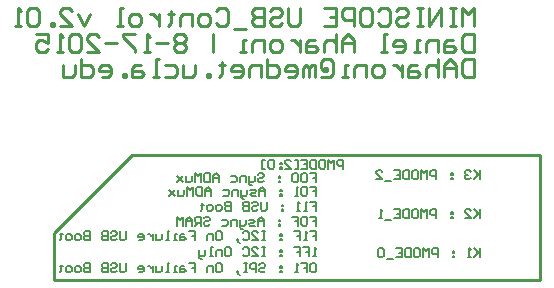
<source format=gbo>
%FSLAX25Y25*%
%MOIN*%
G70*
G01*
G75*
G04 Layer_Color=32896*
%ADD10C,0.01200*%
%ADD11C,0.01100*%
%ADD12R,0.03000X0.03000*%
%ADD13R,0.01122X0.30709*%
%ADD14R,0.02362X0.12244*%
%ADD15R,0.02953X0.13031*%
%ADD16R,0.03000X0.03000*%
%ADD17R,0.03543X0.03150*%
%ADD18R,0.03100X0.03100*%
%ADD19R,0.04449X0.05787*%
%ADD20R,0.07874X0.04724*%
%ADD21R,0.09449X0.10236*%
%ADD22R,0.01200X0.05300*%
%ADD23R,0.07100X0.07500*%
%ADD24R,0.09100X0.07500*%
%ADD25R,0.05000X0.02992*%
%ADD26R,0.02992X0.05000*%
%ADD27R,0.00787X0.02658*%
%ADD28R,0.01496X0.06100*%
%ADD29R,0.05118X0.04921*%
%ADD30R,0.01969X0.01969*%
%ADD31R,0.01969X0.01969*%
%ADD32R,0.12992X0.17323*%
%ADD33R,0.15354X0.24410*%
%ADD34R,0.05787X0.04449*%
%ADD35R,0.01181X0.02047*%
%ADD36R,0.01181X0.01929*%
%ADD37R,0.05079X0.10709*%
%ADD38R,0.01063X0.03150*%
%ADD39R,0.05512X0.04724*%
%ADD40O,0.08661X0.02362*%
%ADD41R,0.03347X0.01102*%
%ADD42R,0.06496X0.09449*%
%ADD43R,0.02362X0.00984*%
%ADD44R,0.00984X0.02362*%
%ADD45R,0.20079X0.20079*%
%ADD46R,0.03937X0.02756*%
%ADD47C,0.00945*%
%ADD48C,0.03937*%
%ADD49C,0.02500*%
%ADD50C,0.00500*%
%ADD51C,0.01000*%
%ADD52C,0.00800*%
%ADD53C,0.02000*%
%ADD54C,0.01500*%
%ADD55C,0.00600*%
%ADD56C,0.06000*%
%ADD57C,0.07000*%
%ADD58C,0.12500*%
%ADD59C,0.09000*%
%ADD60C,0.05906*%
%ADD61C,0.07874*%
%ADD62R,0.05906X0.05906*%
%ADD63C,0.03100*%
%ADD64C,0.01400*%
%ADD65C,0.01969*%
%ADD66C,0.04000*%
%ADD67C,0.04800*%
%ADD68C,0.14500*%
%ADD69C,0.07500*%
%ADD70C,0.05937*%
%ADD71C,0.09874*%
%ADD72C,0.05543*%
%ADD73C,0.03400*%
%ADD74C,0.02700*%
%ADD75C,0.08000*%
%ADD76C,0.02787*%
%ADD77C,0.00984*%
%ADD78C,0.00787*%
%ADD79C,0.00394*%
%ADD80C,0.01575*%
%ADD81C,0.02362*%
%ADD82C,0.01600*%
%ADD83R,0.04331X0.04331*%
%ADD84R,0.03300X0.03300*%
%ADD85R,0.03300X0.03300*%
%ADD86R,0.03843X0.03450*%
%ADD87R,0.03400X0.03400*%
%ADD88R,0.04749X0.06087*%
%ADD89R,0.08174X0.05024*%
%ADD90R,0.09749X0.10536*%
%ADD91R,0.01500X0.05600*%
%ADD92R,0.07400X0.07800*%
%ADD93R,0.09400X0.07800*%
%ADD94R,0.05300X0.03292*%
%ADD95R,0.03292X0.05300*%
%ADD96R,0.01087X0.02958*%
%ADD97R,0.01796X0.06400*%
%ADD98R,0.05418X0.05221*%
%ADD99R,0.02269X0.02269*%
%ADD100R,0.02269X0.02269*%
%ADD101R,0.13292X0.17623*%
%ADD102R,0.15654X0.24710*%
%ADD103R,0.06087X0.04749*%
%ADD104R,0.01575X0.02441*%
%ADD105R,0.01575X0.02323*%
%ADD106R,0.05379X0.11009*%
%ADD107R,0.01363X0.03450*%
%ADD108R,0.05812X0.05024*%
%ADD109O,0.08961X0.02662*%
%ADD110R,0.03647X0.01402*%
%ADD111R,0.06796X0.09749*%
%ADD112R,0.20379X0.20379*%
%ADD113R,0.04237X0.03056*%
%ADD114C,0.01245*%
%ADD115C,0.11811*%
%ADD116C,0.06300*%
%ADD117C,0.00300*%
%ADD118C,0.07300*%
%ADD119C,0.12800*%
%ADD120C,0.09300*%
%ADD121C,0.06206*%
%ADD122R,0.06206X0.06206*%
D51*
X124000Y129000D02*
X260000D01*
X98000Y103000D02*
X124000Y129000D01*
X98000Y87500D02*
Y103000D01*
Y87500D02*
X260000D01*
Y129000D01*
X238000Y160998D02*
Y155000D01*
X235001D01*
X234001Y156000D01*
Y159998D01*
X235001Y160998D01*
X238000D01*
X232002Y155000D02*
Y158999D01*
X230003Y160998D01*
X228003Y158999D01*
Y155000D01*
Y157999D01*
X232002D01*
X226004Y160998D02*
Y155000D01*
Y157999D01*
X225004Y158999D01*
X223005D01*
X222005Y157999D01*
Y155000D01*
X219006Y158999D02*
X217007D01*
X216007Y157999D01*
Y155000D01*
X219006D01*
X220006Y156000D01*
X219006Y156999D01*
X216007D01*
X214008Y158999D02*
Y155000D01*
Y156999D01*
X213008Y157999D01*
X212008Y158999D01*
X211009D01*
X207010Y155000D02*
X205011D01*
X204011Y156000D01*
Y157999D01*
X205011Y158999D01*
X207010D01*
X208010Y157999D01*
Y156000D01*
X207010Y155000D01*
X202012D02*
Y158999D01*
X199013D01*
X198013Y157999D01*
Y155000D01*
X196014D02*
X194014D01*
X195014D01*
Y158999D01*
X196014D01*
X188016Y156999D02*
Y157999D01*
X189016D01*
Y156999D01*
X188016D01*
X187016Y157999D01*
Y159998D01*
X188016Y160998D01*
X190015D01*
X191015Y159998D01*
Y156000D01*
X190015Y155000D01*
X187016D01*
X185017D02*
Y158999D01*
X184018D01*
X183018Y157999D01*
Y155000D01*
Y157999D01*
X182018Y158999D01*
X181018Y157999D01*
Y155000D01*
X176020D02*
X178019D01*
X179019Y156000D01*
Y157999D01*
X178019Y158999D01*
X176020D01*
X175020Y157999D01*
Y156999D01*
X179019D01*
X169022Y160998D02*
Y155000D01*
X172021D01*
X173021Y156000D01*
Y157999D01*
X172021Y158999D01*
X169022D01*
X167023Y155000D02*
Y158999D01*
X164024D01*
X163024Y157999D01*
Y155000D01*
X158026D02*
X160025D01*
X161025Y156000D01*
Y157999D01*
X160025Y158999D01*
X158026D01*
X157026Y157999D01*
Y156999D01*
X161025D01*
X154027Y159998D02*
Y158999D01*
X155027D01*
X153027D01*
X154027D01*
Y156000D01*
X153027Y155000D01*
X150029D02*
Y156000D01*
X149029D01*
Y155000D01*
X150029D01*
X145030Y158999D02*
Y156000D01*
X144030Y155000D01*
X141031D01*
Y158999D01*
X135033D02*
X138032D01*
X139032Y157999D01*
Y156000D01*
X138032Y155000D01*
X135033D01*
X133034D02*
X131035D01*
X132034D01*
Y160998D01*
X133034D01*
X127036Y158999D02*
X125037D01*
X124037Y157999D01*
Y155000D01*
X127036D01*
X128036Y156000D01*
X127036Y156999D01*
X124037D01*
X122037Y155000D02*
Y156000D01*
X121038D01*
Y155000D01*
X122037D01*
X114040D02*
X116040D01*
X117039Y156000D01*
Y157999D01*
X116040Y158999D01*
X114040D01*
X113040Y157999D01*
Y156999D01*
X117039D01*
X107042Y160998D02*
Y155000D01*
X110041D01*
X111041Y156000D01*
Y157999D01*
X110041Y158999D01*
X107042D01*
X105043D02*
Y156000D01*
X104043Y155000D01*
X101044D01*
Y158999D01*
X238000Y169498D02*
Y163500D01*
X235001D01*
X234001Y164500D01*
Y168498D01*
X235001Y169498D01*
X238000D01*
X231002Y167499D02*
X229003D01*
X228003Y166499D01*
Y163500D01*
X231002D01*
X232002Y164500D01*
X231002Y165499D01*
X228003D01*
X226004Y163500D02*
Y167499D01*
X223005D01*
X222005Y166499D01*
Y163500D01*
X220006D02*
X218006D01*
X219006D01*
Y167499D01*
X220006D01*
X212008Y163500D02*
X214008D01*
X215007Y164500D01*
Y166499D01*
X214008Y167499D01*
X212008D01*
X211009Y166499D01*
Y165499D01*
X215007D01*
X209009Y163500D02*
X207010D01*
X208010D01*
Y169498D01*
X209009D01*
X198013Y163500D02*
Y167499D01*
X196014Y169498D01*
X194014Y167499D01*
Y163500D01*
Y166499D01*
X198013D01*
X192015Y169498D02*
Y163500D01*
Y166499D01*
X191015Y167499D01*
X189016D01*
X188016Y166499D01*
Y163500D01*
X185017Y167499D02*
X183018D01*
X182018Y166499D01*
Y163500D01*
X185017D01*
X186017Y164500D01*
X185017Y165499D01*
X182018D01*
X180019Y167499D02*
Y163500D01*
Y165499D01*
X179019Y166499D01*
X178019Y167499D01*
X177020D01*
X173021Y163500D02*
X171022D01*
X170022Y164500D01*
Y166499D01*
X171022Y167499D01*
X173021D01*
X174021Y166499D01*
Y164500D01*
X173021Y163500D01*
X168023D02*
Y167499D01*
X165024D01*
X164024Y166499D01*
Y163500D01*
X162025D02*
X160025D01*
X161025D01*
Y167499D01*
X162025D01*
X151028Y169498D02*
Y163500D01*
X142031Y168498D02*
X141031Y169498D01*
X139032D01*
X138032Y168498D01*
Y167499D01*
X139032Y166499D01*
X138032Y165499D01*
Y164500D01*
X139032Y163500D01*
X141031D01*
X142031Y164500D01*
Y165499D01*
X141031Y166499D01*
X142031Y167499D01*
Y168498D01*
X141031Y166499D02*
X139032D01*
X136033D02*
X132034D01*
X130035Y163500D02*
X128036D01*
X129035D01*
Y169498D01*
X130035Y168498D01*
X125037Y169498D02*
X121038D01*
Y168498D01*
X125037Y164500D01*
Y163500D01*
X119038Y166499D02*
X115040D01*
X109042Y163500D02*
X113040D01*
X109042Y167499D01*
Y168498D01*
X110041Y169498D01*
X112041D01*
X113040Y168498D01*
X107042D02*
X106043Y169498D01*
X104043D01*
X103044Y168498D01*
Y164500D01*
X104043Y163500D01*
X106043D01*
X107042Y164500D01*
Y168498D01*
X101044Y163500D02*
X99045D01*
X100045D01*
Y169498D01*
X101044Y168498D01*
X92047Y169498D02*
X96046D01*
Y166499D01*
X94047Y167499D01*
X93047D01*
X92047Y166499D01*
Y164500D01*
X93047Y163500D01*
X95046D01*
X96046Y164500D01*
X238000Y172000D02*
Y177998D01*
X236001Y175999D01*
X234001Y177998D01*
Y172000D01*
X232002Y177998D02*
X230003D01*
X231002D01*
Y172000D01*
X232002D01*
X230003D01*
X227004D02*
Y177998D01*
X223005Y172000D01*
Y177998D01*
X221006D02*
X219006D01*
X220006D01*
Y172000D01*
X221006D01*
X219006D01*
X212008Y176998D02*
X213008Y177998D01*
X215007D01*
X216007Y176998D01*
Y175999D01*
X215007Y174999D01*
X213008D01*
X212008Y173999D01*
Y173000D01*
X213008Y172000D01*
X215007D01*
X216007Y173000D01*
X206010Y176998D02*
X207010Y177998D01*
X209009D01*
X210009Y176998D01*
Y173000D01*
X209009Y172000D01*
X207010D01*
X206010Y173000D01*
X201012Y177998D02*
X203011D01*
X204011Y176998D01*
Y173000D01*
X203011Y172000D01*
X201012D01*
X200012Y173000D01*
Y176998D01*
X201012Y177998D01*
X198013Y172000D02*
Y177998D01*
X195014D01*
X194014Y176998D01*
Y174999D01*
X195014Y173999D01*
X198013D01*
X188016Y177998D02*
X192015D01*
Y172000D01*
X188016D01*
X192015Y174999D02*
X190015D01*
X180019Y177998D02*
Y173000D01*
X179019Y172000D01*
X177020D01*
X176020Y173000D01*
Y177998D01*
X170022Y176998D02*
X171022Y177998D01*
X173021D01*
X174021Y176998D01*
Y175999D01*
X173021Y174999D01*
X171022D01*
X170022Y173999D01*
Y173000D01*
X171022Y172000D01*
X173021D01*
X174021Y173000D01*
X168023Y177998D02*
Y172000D01*
X165024D01*
X164024Y173000D01*
Y173999D01*
X165024Y174999D01*
X168023D01*
X165024D01*
X164024Y175999D01*
Y176998D01*
X165024Y177998D01*
X168023D01*
X162025Y171000D02*
X158026D01*
X152028Y176998D02*
X153027Y177998D01*
X155027D01*
X156026Y176998D01*
Y173000D01*
X155027Y172000D01*
X153027D01*
X152028Y173000D01*
X149029Y172000D02*
X147029D01*
X146030Y173000D01*
Y174999D01*
X147029Y175999D01*
X149029D01*
X150029Y174999D01*
Y173000D01*
X149029Y172000D01*
X144030D02*
Y175999D01*
X141031D01*
X140032Y174999D01*
Y172000D01*
X137033Y176998D02*
Y175999D01*
X138032D01*
X136033D01*
X137033D01*
Y173000D01*
X136033Y172000D01*
X133034Y175999D02*
Y172000D01*
Y173999D01*
X132034Y174999D01*
X131035Y175999D01*
X130035D01*
X126036Y172000D02*
X124037D01*
X123037Y173000D01*
Y174999D01*
X124037Y175999D01*
X126036D01*
X127036Y174999D01*
Y173000D01*
X126036Y172000D01*
X121038D02*
X119038D01*
X120038D01*
Y177998D01*
X121038D01*
X110041Y175999D02*
X108042Y172000D01*
X106043Y175999D01*
X100045Y172000D02*
X104043D01*
X100045Y175999D01*
Y176998D01*
X101044Y177998D01*
X103044D01*
X104043Y176998D01*
X98045Y172000D02*
Y173000D01*
X97046D01*
Y172000D01*
X98045D01*
X93047Y176998D02*
X92047Y177998D01*
X90048D01*
X89048Y176998D01*
Y173000D01*
X90048Y172000D01*
X92047D01*
X93047Y173000D01*
Y176998D01*
X87049Y172000D02*
X85049D01*
X86049D01*
Y177998D01*
X87049Y176998D01*
D52*
X194500Y124500D02*
Y127499D01*
X193000D01*
X192501Y126999D01*
Y125999D01*
X193000Y125500D01*
X194500D01*
X191501Y124500D02*
Y127499D01*
X190501Y126499D01*
X189502Y127499D01*
Y124500D01*
X187002Y127499D02*
X188002D01*
X188502Y126999D01*
Y125000D01*
X188002Y124500D01*
X187002D01*
X186503Y125000D01*
Y126999D01*
X187002Y127499D01*
X185503D02*
Y124500D01*
X184003D01*
X183504Y125000D01*
Y126999D01*
X184003Y127499D01*
X185503D01*
X180505D02*
X182504D01*
Y124500D01*
X180505D01*
X182504Y125999D02*
X181504D01*
X178505Y124500D02*
X179505D01*
Y127499D01*
X178505D01*
X175006Y124500D02*
X177006D01*
X175006Y126499D01*
Y126999D01*
X175506Y127499D01*
X176506D01*
X177006Y126999D01*
X174007Y126499D02*
X173507D01*
Y125999D01*
X174007D01*
Y126499D01*
Y125000D02*
X173507D01*
Y124500D01*
X174007D01*
Y125000D01*
X171507Y126999D02*
X171008Y127499D01*
X170008D01*
X169508Y126999D01*
Y125000D01*
X170008Y124500D01*
X171008D01*
X171507Y125000D01*
Y126999D01*
X168508Y124500D02*
X167509D01*
Y127499D01*
X168508D01*
X240000Y123999D02*
Y121000D01*
Y122000D01*
X238001Y123999D01*
X239500Y122500D01*
X238001Y121000D01*
X237001Y123499D02*
X236501Y123999D01*
X235502D01*
X235002Y123499D01*
Y122999D01*
X235502Y122500D01*
X236001D01*
X235502D01*
X235002Y122000D01*
Y121500D01*
X235502Y121000D01*
X236501D01*
X237001Y121500D01*
X231003Y122999D02*
X230503D01*
Y122500D01*
X231003D01*
Y122999D01*
Y121500D02*
X230503D01*
Y121000D01*
X231003D01*
Y121500D01*
X225505Y121000D02*
Y123999D01*
X224005D01*
X223505Y123499D01*
Y122500D01*
X224005Y122000D01*
X225505D01*
X222506Y121000D02*
Y123999D01*
X221506Y122999D01*
X220506Y123999D01*
Y121000D01*
X218007Y123999D02*
X219007D01*
X219507Y123499D01*
Y121500D01*
X219007Y121000D01*
X218007D01*
X217507Y121500D01*
Y123499D01*
X218007Y123999D01*
X216508D02*
Y121000D01*
X215008D01*
X214508Y121500D01*
Y123499D01*
X215008Y123999D01*
X216508D01*
X211509D02*
X213509D01*
Y121000D01*
X211509D01*
X213509Y122500D02*
X212509D01*
X210509Y120500D02*
X208510D01*
X205511Y121000D02*
X207510D01*
X205511Y122999D01*
Y123499D01*
X206011Y123999D01*
X207011D01*
X207510Y123499D01*
X240000Y110999D02*
Y108000D01*
Y109000D01*
X238001Y110999D01*
X239500Y109500D01*
X238001Y108000D01*
X235002D02*
X237001D01*
X235002Y109999D01*
Y110499D01*
X235502Y110999D01*
X236501D01*
X237001Y110499D01*
X231003Y109999D02*
X230503D01*
Y109500D01*
X231003D01*
Y109999D01*
Y108500D02*
X230503D01*
Y108000D01*
X231003D01*
Y108500D01*
X225505Y108000D02*
Y110999D01*
X224005D01*
X223505Y110499D01*
Y109500D01*
X224005Y109000D01*
X225505D01*
X222506Y108000D02*
Y110999D01*
X221506Y109999D01*
X220506Y110999D01*
Y108000D01*
X218007Y110999D02*
X219007D01*
X219507Y110499D01*
Y108500D01*
X219007Y108000D01*
X218007D01*
X217507Y108500D01*
Y110499D01*
X218007Y110999D01*
X216508D02*
Y108000D01*
X215008D01*
X214508Y108500D01*
Y110499D01*
X215008Y110999D01*
X216508D01*
X211509D02*
X213509D01*
Y108000D01*
X211509D01*
X213509Y109500D02*
X212509D01*
X210509Y107500D02*
X208510D01*
X207510Y108000D02*
X206511D01*
X207011D01*
Y110999D01*
X207510Y110499D01*
X240000Y97999D02*
Y95000D01*
Y96000D01*
X238001Y97999D01*
X239500Y96500D01*
X238001Y95000D01*
X237001D02*
X236001D01*
X236501D01*
Y97999D01*
X237001Y97499D01*
X231503Y96999D02*
X231003D01*
Y96500D01*
X231503D01*
Y96999D01*
Y95500D02*
X231003D01*
Y95000D01*
X231503D01*
Y95500D01*
X226005Y95000D02*
Y97999D01*
X224505D01*
X224005Y97499D01*
Y96500D01*
X224505Y96000D01*
X226005D01*
X223006Y95000D02*
Y97999D01*
X222006Y96999D01*
X221006Y97999D01*
Y95000D01*
X218507Y97999D02*
X219507D01*
X220006Y97499D01*
Y95500D01*
X219507Y95000D01*
X218507D01*
X218007Y95500D01*
Y97499D01*
X218507Y97999D01*
X217007D02*
Y95000D01*
X215508D01*
X215008Y95500D01*
Y97499D01*
X215508Y97999D01*
X217007D01*
X212009D02*
X214008D01*
Y95000D01*
X212009D01*
X214008Y96500D02*
X213009D01*
X211009Y94500D02*
X209010D01*
X208010Y97499D02*
X207510Y97999D01*
X206511D01*
X206011Y97499D01*
Y95500D01*
X206511Y95000D01*
X207510D01*
X208010Y95500D01*
Y97499D01*
X185500Y92499D02*
X185000Y92999D01*
X184001D01*
X183501Y92499D01*
Y90500D01*
X184001Y90000D01*
X185000D01*
X185500Y90500D01*
Y92499D01*
X180502Y92999D02*
X182501D01*
Y91500D01*
X181501D01*
X182501D01*
Y90000D01*
X179502D02*
X178502D01*
X179002D01*
Y92999D01*
X179502Y92499D01*
X174004Y91999D02*
X173504D01*
Y91500D01*
X174004D01*
Y91999D01*
Y90500D02*
X173504D01*
Y90000D01*
X174004D01*
Y90500D01*
X166506Y92499D02*
X167006Y92999D01*
X168006D01*
X168506Y92499D01*
Y91999D01*
X168006Y91500D01*
X167006D01*
X166506Y91000D01*
Y90500D01*
X167006Y90000D01*
X168006D01*
X168506Y90500D01*
X165506Y90000D02*
Y92999D01*
X164007D01*
X163507Y92499D01*
Y91500D01*
X164007Y91000D01*
X165506D01*
X162507Y92999D02*
X161508D01*
X162008D01*
Y90000D01*
X162507D01*
X161508D01*
X159508Y89500D02*
X159009Y90000D01*
Y90500D01*
X159508D01*
Y90000D01*
X159009D01*
X159508Y89500D01*
X160008Y89000D01*
X152511Y92999D02*
X153510D01*
X154010Y92499D01*
Y90500D01*
X153510Y90000D01*
X152511D01*
X152011Y90500D01*
Y92499D01*
X152511Y92999D01*
X151011Y90000D02*
Y91999D01*
X149512D01*
X149012Y91500D01*
Y90000D01*
X143014Y92999D02*
X145013D01*
Y91500D01*
X144013D01*
X145013D01*
Y90000D01*
X141514Y91999D02*
X140515D01*
X140015Y91500D01*
Y90000D01*
X141514D01*
X142014Y90500D01*
X141514Y91000D01*
X140015D01*
X139015Y90000D02*
X138015D01*
X138515D01*
Y91999D01*
X139015D01*
X136516Y90000D02*
X135516D01*
X136016D01*
Y92999D01*
X136516D01*
X134017Y91999D02*
Y90500D01*
X133517Y90000D01*
X132017D01*
Y91999D01*
X131018D02*
Y90000D01*
Y91000D01*
X130518Y91500D01*
X130018Y91999D01*
X129518D01*
X126519Y90000D02*
X127519D01*
X128019Y90500D01*
Y91500D01*
X127519Y91999D01*
X126519D01*
X126019Y91500D01*
Y91000D01*
X128019D01*
X122020Y92999D02*
Y90500D01*
X121521Y90000D01*
X120521D01*
X120021Y90500D01*
Y92999D01*
X117022Y92499D02*
X117522Y92999D01*
X118522D01*
X119021Y92499D01*
Y91999D01*
X118522Y91500D01*
X117522D01*
X117022Y91000D01*
Y90500D01*
X117522Y90000D01*
X118522D01*
X119021Y90500D01*
X116023Y92999D02*
Y90000D01*
X114523D01*
X114023Y90500D01*
Y91000D01*
X114523Y91500D01*
X116023D01*
X114523D01*
X114023Y91999D01*
Y92499D01*
X114523Y92999D01*
X116023D01*
X110024D02*
Y90000D01*
X108525D01*
X108025Y90500D01*
Y91000D01*
X108525Y91500D01*
X110024D01*
X108525D01*
X108025Y91999D01*
Y92499D01*
X108525Y92999D01*
X110024D01*
X106526Y90000D02*
X105526D01*
X105026Y90500D01*
Y91500D01*
X105526Y91999D01*
X106526D01*
X107025Y91500D01*
Y90500D01*
X106526Y90000D01*
X103526D02*
X102527D01*
X102027Y90500D01*
Y91500D01*
X102527Y91999D01*
X103526D01*
X104026Y91500D01*
Y90500D01*
X103526Y90000D01*
X100528Y92499D02*
Y91999D01*
X101027D01*
X100028D01*
X100528D01*
Y90500D01*
X100028Y90000D01*
X185500Y95333D02*
X184500D01*
X185000D01*
Y98332D01*
X185500Y97833D01*
X181001Y98332D02*
X183001D01*
Y96833D01*
X182001D01*
X183001D01*
Y95333D01*
X178002Y98332D02*
X180002D01*
Y96833D01*
X179002D01*
X180002D01*
Y95333D01*
X174004Y97333D02*
X173504D01*
Y96833D01*
X174004D01*
Y97333D01*
Y95833D02*
X173504D01*
Y95333D01*
X174004D01*
Y95833D01*
X168506Y98332D02*
X167506D01*
X168006D01*
Y95333D01*
X168506D01*
X167506D01*
X164007D02*
X166006D01*
X164007Y97333D01*
Y97833D01*
X164507Y98332D01*
X165506D01*
X166006Y97833D01*
X161008D02*
X161508Y98332D01*
X162507D01*
X163007Y97833D01*
Y95833D01*
X162507Y95333D01*
X161508D01*
X161008Y95833D01*
X155510Y98332D02*
X156509D01*
X157009Y97833D01*
Y95833D01*
X156509Y95333D01*
X155510D01*
X155010Y95833D01*
Y97833D01*
X155510Y98332D01*
X154010Y95333D02*
Y97333D01*
X152511D01*
X152011Y96833D01*
Y95333D01*
X151011D02*
X150012D01*
X150511D01*
Y98332D01*
X151011D01*
X148512Y97333D02*
Y95833D01*
X148012Y95333D01*
X146513D01*
Y94833D01*
X147012Y94334D01*
X147512D01*
X146513Y95333D02*
Y97333D01*
X183501Y103666D02*
X185500D01*
Y102166D01*
X184500D01*
X185500D01*
Y100667D01*
X182501D02*
X181501D01*
X182001D01*
Y103666D01*
X182501Y103166D01*
X178002Y103666D02*
X180002D01*
Y102166D01*
X179002D01*
X180002D01*
Y100667D01*
X174004Y102666D02*
X173504D01*
Y102166D01*
X174004D01*
Y102666D01*
Y101166D02*
X173504D01*
Y100667D01*
X174004D01*
Y101166D01*
X168506Y103666D02*
X167506D01*
X168006D01*
Y100667D01*
X168506D01*
X167506D01*
X164007D02*
X166006D01*
X164007Y102666D01*
Y103166D01*
X164507Y103666D01*
X165506D01*
X166006Y103166D01*
X161008D02*
X161508Y103666D01*
X162507D01*
X163007Y103166D01*
Y101166D01*
X162507Y100667D01*
X161508D01*
X161008Y101166D01*
X159508Y100167D02*
X159009Y100667D01*
Y101166D01*
X159508D01*
Y100667D01*
X159009D01*
X159508Y100167D01*
X160008Y99667D01*
X152511Y103666D02*
X153510D01*
X154010Y103166D01*
Y101166D01*
X153510Y100667D01*
X152511D01*
X152011Y101166D01*
Y103166D01*
X152511Y103666D01*
X151011Y100667D02*
Y102666D01*
X149512D01*
X149012Y102166D01*
Y100667D01*
X143014Y103666D02*
X145013D01*
Y102166D01*
X144013D01*
X145013D01*
Y100667D01*
X141514Y102666D02*
X140515D01*
X140015Y102166D01*
Y100667D01*
X141514D01*
X142014Y101166D01*
X141514Y101666D01*
X140015D01*
X139015Y100667D02*
X138015D01*
X138515D01*
Y102666D01*
X139015D01*
X136516Y100667D02*
X135516D01*
X136016D01*
Y103666D01*
X136516D01*
X134017Y102666D02*
Y101166D01*
X133517Y100667D01*
X132017D01*
Y102666D01*
X131018D02*
Y100667D01*
Y101666D01*
X130518Y102166D01*
X130018Y102666D01*
X129518D01*
X126519Y100667D02*
X127519D01*
X128019Y101166D01*
Y102166D01*
X127519Y102666D01*
X126519D01*
X126019Y102166D01*
Y101666D01*
X128019D01*
X122020Y103666D02*
Y101166D01*
X121521Y100667D01*
X120521D01*
X120021Y101166D01*
Y103666D01*
X117022Y103166D02*
X117522Y103666D01*
X118522D01*
X119021Y103166D01*
Y102666D01*
X118522Y102166D01*
X117522D01*
X117022Y101666D01*
Y101166D01*
X117522Y100667D01*
X118522D01*
X119021Y101166D01*
X116023Y103666D02*
Y100667D01*
X114523D01*
X114023Y101166D01*
Y101666D01*
X114523Y102166D01*
X116023D01*
X114523D01*
X114023Y102666D01*
Y103166D01*
X114523Y103666D01*
X116023D01*
X110024D02*
Y100667D01*
X108525D01*
X108025Y101166D01*
Y101666D01*
X108525Y102166D01*
X110024D01*
X108525D01*
X108025Y102666D01*
Y103166D01*
X108525Y103666D01*
X110024D01*
X106526Y100667D02*
X105526D01*
X105026Y101166D01*
Y102166D01*
X105526Y102666D01*
X106526D01*
X107025Y102166D01*
Y101166D01*
X106526Y100667D01*
X103526D02*
X102527D01*
X102027Y101166D01*
Y102166D01*
X102527Y102666D01*
X103526D01*
X104026Y102166D01*
Y101166D01*
X103526Y100667D01*
X100528Y103166D02*
Y102666D01*
X101027D01*
X100028D01*
X100528D01*
Y101166D01*
X100028Y100667D01*
X183612Y108499D02*
X185611D01*
Y107000D01*
X184612D01*
X185611D01*
Y105500D01*
X182612Y107999D02*
X182112Y108499D01*
X181113D01*
X180613Y107999D01*
Y106000D01*
X181113Y105500D01*
X182112D01*
X182612Y106000D01*
Y107999D01*
X177614Y108499D02*
X179613D01*
Y107000D01*
X178613D01*
X179613D01*
Y105500D01*
X173615Y107499D02*
X173115D01*
Y107000D01*
X173615D01*
Y107499D01*
Y106000D02*
X173115D01*
Y105500D01*
X173615D01*
Y106000D01*
X168117Y105500D02*
Y107499D01*
X167117Y108499D01*
X166118Y107499D01*
Y105500D01*
Y107000D01*
X168117D01*
X165118Y105500D02*
X163618D01*
X163119Y106000D01*
X163618Y106500D01*
X164618D01*
X165118Y107000D01*
X164618Y107499D01*
X163119D01*
X162119D02*
Y106000D01*
X161619Y105500D01*
X160119D01*
Y105000D01*
X160619Y104500D01*
X161119D01*
X160119Y105500D02*
Y107499D01*
X159120Y105500D02*
Y107499D01*
X157620D01*
X157121Y107000D01*
Y105500D01*
X154121Y107499D02*
X155621D01*
X156121Y107000D01*
Y106000D01*
X155621Y105500D01*
X154121D01*
X148123Y107999D02*
X148623Y108499D01*
X149623D01*
X150123Y107999D01*
Y107499D01*
X149623Y107000D01*
X148623D01*
X148123Y106500D01*
Y106000D01*
X148623Y105500D01*
X149623D01*
X150123Y106000D01*
X147124Y105500D02*
Y108499D01*
X145624D01*
X145124Y107999D01*
Y107000D01*
X145624Y106500D01*
X147124D01*
X146124D02*
X145124Y105500D01*
X144125D02*
Y107499D01*
X143125Y108499D01*
X142125Y107499D01*
Y105500D01*
Y107000D01*
X144125D01*
X141126Y105500D02*
Y108499D01*
X140126Y107499D01*
X139126Y108499D01*
Y105500D01*
X183501Y113499D02*
X185500D01*
Y111999D01*
X184500D01*
X185500D01*
Y110500D01*
X182501D02*
X181501D01*
X182001D01*
Y113499D01*
X182501Y112999D01*
X180002Y110500D02*
X179002D01*
X179502D01*
Y113499D01*
X180002Y112999D01*
X174504Y112499D02*
X174004D01*
Y111999D01*
X174504D01*
Y112499D01*
Y111000D02*
X174004D01*
Y110500D01*
X174504D01*
Y111000D01*
X169005Y113499D02*
Y111000D01*
X168506Y110500D01*
X167506D01*
X167006Y111000D01*
Y113499D01*
X164007Y112999D02*
X164507Y113499D01*
X165506D01*
X166006Y112999D01*
Y112499D01*
X165506Y111999D01*
X164507D01*
X164007Y111500D01*
Y111000D01*
X164507Y110500D01*
X165506D01*
X166006Y111000D01*
X163007Y113499D02*
Y110500D01*
X161508D01*
X161008Y111000D01*
Y111500D01*
X161508Y111999D01*
X163007D01*
X161508D01*
X161008Y112499D01*
Y112999D01*
X161508Y113499D01*
X163007D01*
X157009D02*
Y110500D01*
X155510D01*
X155010Y111000D01*
Y111500D01*
X155510Y111999D01*
X157009D01*
X155510D01*
X155010Y112499D01*
Y112999D01*
X155510Y113499D01*
X157009D01*
X153510Y110500D02*
X152511D01*
X152011Y111000D01*
Y111999D01*
X152511Y112499D01*
X153510D01*
X154010Y111999D01*
Y111000D01*
X153510Y110500D01*
X150511D02*
X149512D01*
X149012Y111000D01*
Y111999D01*
X149512Y112499D01*
X150511D01*
X151011Y111999D01*
Y111000D01*
X150511Y110500D01*
X147512Y112999D02*
Y112499D01*
X148012D01*
X147012D01*
X147512D01*
Y111000D01*
X147012Y110500D01*
X183501Y118499D02*
X185500D01*
Y116999D01*
X184500D01*
X185500D01*
Y115500D01*
X182501Y117999D02*
X182001Y118499D01*
X181001D01*
X180502Y117999D01*
Y116000D01*
X181001Y115500D01*
X182001D01*
X182501Y116000D01*
Y117999D01*
X179502Y115500D02*
X178502D01*
X179002D01*
Y118499D01*
X179502Y117999D01*
X174004Y117499D02*
X173504D01*
Y116999D01*
X174004D01*
Y117499D01*
Y116000D02*
X173504D01*
Y115500D01*
X174004D01*
Y116000D01*
X168506Y115500D02*
Y117499D01*
X167506Y118499D01*
X166506Y117499D01*
Y115500D01*
Y116999D01*
X168506D01*
X165506Y115500D02*
X164007D01*
X163507Y116000D01*
X164007Y116500D01*
X165007D01*
X165506Y116999D01*
X165007Y117499D01*
X163507D01*
X162507D02*
Y116000D01*
X162008Y115500D01*
X160508D01*
Y115000D01*
X161008Y114500D01*
X161508D01*
X160508Y115500D02*
Y117499D01*
X159508Y115500D02*
Y117499D01*
X158009D01*
X157509Y116999D01*
Y115500D01*
X154510Y117499D02*
X156009D01*
X156509Y116999D01*
Y116000D01*
X156009Y115500D01*
X154510D01*
X150511D02*
Y117499D01*
X149512Y118499D01*
X148512Y117499D01*
Y115500D01*
Y116999D01*
X150511D01*
X147512Y118499D02*
Y115500D01*
X146013D01*
X145513Y116000D01*
Y117999D01*
X146013Y118499D01*
X147512D01*
X144513Y115500D02*
Y118499D01*
X143514Y117499D01*
X142514Y118499D01*
Y115500D01*
X141514Y117499D02*
Y116000D01*
X141014Y115500D01*
X139515D01*
Y117499D01*
X138515D02*
X136516Y115500D01*
X137515Y116500D01*
X136516Y117499D01*
X138515Y115500D01*
X183501Y122999D02*
X185500D01*
Y121500D01*
X184500D01*
X185500D01*
Y120000D01*
X182501Y122499D02*
X182001Y122999D01*
X181001D01*
X180502Y122499D01*
Y120500D01*
X181001Y120000D01*
X182001D01*
X182501Y120500D01*
Y122499D01*
X179502D02*
X179002Y122999D01*
X178002D01*
X177503Y122499D01*
Y120500D01*
X178002Y120000D01*
X179002D01*
X179502Y120500D01*
Y122499D01*
X173504Y121999D02*
X173004D01*
Y121500D01*
X173504D01*
Y121999D01*
Y120500D02*
X173004D01*
Y120000D01*
X173504D01*
Y120500D01*
X166006Y122499D02*
X166506Y122999D01*
X167506D01*
X168006Y122499D01*
Y121999D01*
X167506Y121500D01*
X166506D01*
X166006Y121000D01*
Y120500D01*
X166506Y120000D01*
X167506D01*
X168006Y120500D01*
X165007Y121999D02*
Y120500D01*
X164507Y120000D01*
X163007D01*
Y119500D01*
X163507Y119000D01*
X164007D01*
X163007Y120000D02*
Y121999D01*
X162008Y120000D02*
Y121999D01*
X160508D01*
X160008Y121500D01*
Y120000D01*
X157009Y121999D02*
X158509D01*
X159009Y121500D01*
Y120500D01*
X158509Y120000D01*
X157009D01*
X153010D02*
Y121999D01*
X152011Y122999D01*
X151011Y121999D01*
Y120000D01*
Y121500D01*
X153010D01*
X150012Y122999D02*
Y120000D01*
X148512D01*
X148012Y120500D01*
Y122499D01*
X148512Y122999D01*
X150012D01*
X147012Y120000D02*
Y122999D01*
X146013Y121999D01*
X145013Y122999D01*
Y120000D01*
X144013Y121999D02*
Y120500D01*
X143514Y120000D01*
X142014D01*
Y121999D01*
X141014D02*
X139015Y120000D01*
X140015Y121000D01*
X139015Y121999D01*
X141014Y120000D01*
M02*

</source>
